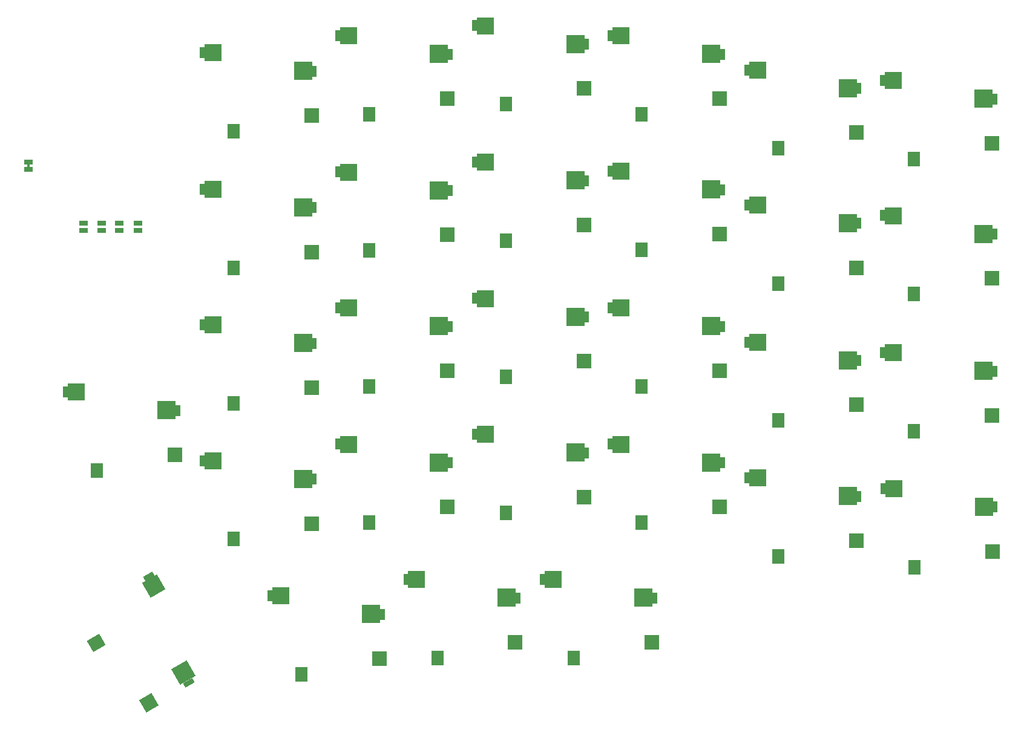
<source format=gbr>
%TF.GenerationSoftware,KiCad,Pcbnew,7.0.11-2.fc39*%
%TF.CreationDate,2024-05-11T16:30:22+02:00*%
%TF.ProjectId,Lily58_Pro,4c696c79-3538-45f5-9072-6f2e6b696361,rev?*%
%TF.SameCoordinates,Original*%
%TF.FileFunction,Paste,Top*%
%TF.FilePolarity,Positive*%
%FSLAX46Y46*%
G04 Gerber Fmt 4.6, Leading zero omitted, Abs format (unit mm)*
G04 Created by KiCad (PCBNEW 7.0.11-2.fc39) date 2024-05-11 16:30:22*
%MOMM*%
%LPD*%
G01*
G04 APERTURE LIST*
G04 Aperture macros list*
%AMRotRect*
0 Rectangle, with rotation*
0 The origin of the aperture is its center*
0 $1 length*
0 $2 width*
0 $3 Rotation angle, in degrees counterclockwise*
0 Add horizontal line*
21,1,$1,$2,0,0,$3*%
G04 Aperture macros list end*
%ADD10RotRect,0.700000X1.500000X300.000000*%
%ADD11RotRect,2.400000X2.400000X120.000000*%
%ADD12RotRect,2.500000X2.500000X120.000000*%
%ADD13RotRect,1.800000X2.000000X120.000000*%
%ADD14RotRect,2.000000X2.000000X120.000000*%
%ADD15R,0.700000X1.500000*%
%ADD16R,2.400000X2.400000*%
%ADD17R,2.500000X2.500000*%
%ADD18R,1.800000X2.000000*%
%ADD19R,2.000000X2.000000*%
%ADD20R,1.143000X0.635000*%
%ADD21R,0.381000X0.381000*%
G04 APERTURE END LIST*
D10*
%TO.C,SW26*%
X105816730Y-118214617D03*
X111415064Y-133111216D03*
D11*
X106549409Y-119523655D03*
D12*
X110649705Y-131705575D03*
D13*
X98490450Y-127525129D03*
D14*
X105845706Y-135864806D03*
%TD*%
D15*
%TO.C,SW29*%
X160900000Y-118650000D03*
X176600000Y-121250000D03*
D16*
X162400000Y-118670000D03*
D17*
X175000000Y-121209999D03*
D18*
X165300000Y-129650000D03*
D19*
X176200000Y-127450000D03*
%TD*%
D15*
%TO.C,SW28*%
X141800000Y-118650000D03*
X157500000Y-121250000D03*
D16*
X143300000Y-118670000D03*
D17*
X155900000Y-121209999D03*
D18*
X146200000Y-129650000D03*
D19*
X157100000Y-127450000D03*
%TD*%
D15*
%TO.C,SW27*%
X122800000Y-120900000D03*
X138500000Y-123500000D03*
D16*
X124300000Y-120920000D03*
D17*
X136900000Y-123459999D03*
D18*
X127200000Y-131900000D03*
D19*
X138100000Y-129700000D03*
%TD*%
D15*
%TO.C,SW25*%
X94200000Y-92400000D03*
X109900000Y-95000000D03*
D16*
X95700000Y-92420000D03*
D17*
X108300000Y-94959999D03*
D18*
X98600000Y-103400000D03*
D19*
X109500000Y-101200000D03*
%TD*%
D15*
%TO.C,SW24*%
X208550000Y-105900000D03*
X224250000Y-108500000D03*
D16*
X210050000Y-105920000D03*
D17*
X222650000Y-108459999D03*
D18*
X212950000Y-116900000D03*
D19*
X223850000Y-114700000D03*
%TD*%
D15*
%TO.C,SW23*%
X189500000Y-104400000D03*
X205200000Y-107000000D03*
D16*
X191000000Y-104420000D03*
D17*
X203600000Y-106959999D03*
D18*
X193900000Y-115400000D03*
D19*
X204800000Y-113200000D03*
%TD*%
D15*
%TO.C,SW22*%
X170400000Y-99700000D03*
X186100000Y-102300000D03*
D16*
X171900000Y-99720000D03*
D17*
X184500000Y-102259999D03*
D18*
X174800000Y-110700000D03*
D19*
X185700000Y-108500000D03*
%TD*%
D15*
%TO.C,SW21*%
X151400000Y-98300000D03*
X167100000Y-100900000D03*
D16*
X152900000Y-98320000D03*
D17*
X165500000Y-100859999D03*
D18*
X155800000Y-109300000D03*
D19*
X166700000Y-107100000D03*
%TD*%
D15*
%TO.C,SW20*%
X132300000Y-99700000D03*
X148000000Y-102300000D03*
D16*
X133800000Y-99720000D03*
D17*
X146400000Y-102259999D03*
D18*
X136700000Y-110700000D03*
D19*
X147600000Y-108500000D03*
%TD*%
D15*
%TO.C,SW19*%
X113300000Y-102000000D03*
X129000000Y-104600000D03*
D16*
X114800000Y-102020000D03*
D17*
X127400000Y-104559999D03*
D18*
X117700000Y-113000000D03*
D19*
X128600000Y-110800000D03*
%TD*%
D15*
%TO.C,SW18*%
X208500000Y-86900000D03*
X224200000Y-89500000D03*
D16*
X210000000Y-86920000D03*
D17*
X222600000Y-89459999D03*
D18*
X212900000Y-97900000D03*
D19*
X223800000Y-95700000D03*
%TD*%
D15*
%TO.C,SW17*%
X189500000Y-85400000D03*
X205200000Y-88000000D03*
D16*
X191000000Y-85420000D03*
D17*
X203600000Y-87959999D03*
D18*
X193900000Y-96400000D03*
D19*
X204800000Y-94200000D03*
%TD*%
D15*
%TO.C,SW16*%
X170400000Y-80600000D03*
X186100000Y-83200000D03*
D16*
X171900000Y-80620000D03*
D17*
X184500000Y-83159999D03*
D18*
X174800000Y-91600000D03*
D19*
X185700000Y-89400000D03*
%TD*%
D15*
%TO.C,SW15*%
X151400000Y-79300000D03*
X167100000Y-81900000D03*
D16*
X152900000Y-79320000D03*
D17*
X165500000Y-81859999D03*
D18*
X155800000Y-90300000D03*
D19*
X166700000Y-88100000D03*
%TD*%
D15*
%TO.C,SW14*%
X132300000Y-80600000D03*
X148000000Y-83200000D03*
D16*
X133800000Y-80620000D03*
D17*
X146400000Y-83159999D03*
D18*
X136700000Y-91600000D03*
D19*
X147600000Y-89400000D03*
%TD*%
D15*
%TO.C,SW13*%
X113300000Y-83000000D03*
X129000000Y-85600000D03*
D16*
X114800000Y-83020000D03*
D17*
X127400000Y-85559999D03*
D18*
X117700000Y-94000000D03*
D19*
X128600000Y-91800000D03*
%TD*%
D15*
%TO.C,SW12*%
X208500000Y-67700000D03*
X224200000Y-70300000D03*
D16*
X210000000Y-67720000D03*
D17*
X222600000Y-70259999D03*
D18*
X212900000Y-78700000D03*
D19*
X223800000Y-76500000D03*
%TD*%
D15*
%TO.C,SW11*%
X189500000Y-66200000D03*
X205200000Y-68800000D03*
D16*
X191000000Y-66220000D03*
D17*
X203600000Y-68759999D03*
D18*
X193900000Y-77200000D03*
D19*
X204800000Y-75000000D03*
%TD*%
D15*
%TO.C,SW10*%
X170400000Y-61500000D03*
X186100000Y-64100000D03*
D16*
X171900000Y-61520000D03*
D17*
X184500000Y-64059999D03*
D18*
X174800000Y-72500000D03*
D19*
X185700000Y-70300000D03*
%TD*%
D15*
%TO.C,SW9*%
X151400000Y-60200000D03*
X167100000Y-62800000D03*
D16*
X152900000Y-60220000D03*
D17*
X165500000Y-62759999D03*
D18*
X155800000Y-71200000D03*
D19*
X166700000Y-69000000D03*
%TD*%
D15*
%TO.C,SW8*%
X132300000Y-61600000D03*
X148000000Y-64200000D03*
D16*
X133800000Y-61620000D03*
D17*
X146400000Y-64159999D03*
D18*
X136700000Y-72600000D03*
D19*
X147600000Y-70400000D03*
%TD*%
D15*
%TO.C,SW7*%
X113300000Y-64000000D03*
X129000000Y-66600000D03*
D16*
X114800000Y-64020000D03*
D17*
X127400000Y-66559999D03*
D18*
X117700000Y-75000000D03*
D19*
X128600000Y-72800000D03*
%TD*%
D15*
%TO.C,SW6*%
X208500000Y-48800000D03*
X224200000Y-51400000D03*
D16*
X210000000Y-48820000D03*
D17*
X222600000Y-51359999D03*
D18*
X212900000Y-59800000D03*
D19*
X223800000Y-57600000D03*
%TD*%
D15*
%TO.C,SW5*%
X189500000Y-47300000D03*
X205200000Y-49900000D03*
D16*
X191000000Y-47320000D03*
D17*
X203600000Y-49859999D03*
D18*
X193900000Y-58300000D03*
D19*
X204800000Y-56100000D03*
%TD*%
D15*
%TO.C,SW4*%
X170400000Y-42500000D03*
X186100000Y-45100000D03*
D16*
X171900000Y-42520000D03*
D17*
X184500000Y-45059999D03*
D18*
X174800000Y-53500000D03*
D19*
X185700000Y-51300000D03*
%TD*%
D15*
%TO.C,SW3*%
X151400000Y-41110000D03*
X167100000Y-43710000D03*
D16*
X152900000Y-41130000D03*
D17*
X165500000Y-43669999D03*
D18*
X155800000Y-52110000D03*
D19*
X166700000Y-49910000D03*
%TD*%
D15*
%TO.C,SW2*%
X132300000Y-42500000D03*
X148000000Y-45100000D03*
D16*
X133800000Y-42520000D03*
D17*
X146400000Y-45059999D03*
D18*
X136700000Y-53500000D03*
D19*
X147600000Y-51300000D03*
%TD*%
D15*
%TO.C,SW1*%
X113300000Y-44900000D03*
X129000000Y-47500000D03*
D16*
X114800000Y-44920000D03*
D17*
X127400000Y-47459999D03*
D18*
X117700000Y-55900000D03*
D19*
X128600000Y-53700000D03*
%TD*%
D20*
%TO.C,JP1*%
X104300000Y-68799620D03*
X104300000Y-69800380D03*
%TD*%
%TO.C,JP2*%
X101700000Y-69800380D03*
X101700000Y-68799620D03*
%TD*%
%TO.C,JP3*%
X99200000Y-68799620D03*
X99200000Y-69800380D03*
%TD*%
%TO.C,JP4*%
X96700000Y-69800380D03*
X96700000Y-68799620D03*
%TD*%
D21*
%TO.C,W1*%
X89000000Y-60700000D03*
D20*
X89000000Y-60199620D03*
X89000000Y-61200380D03*
%TD*%
M02*

</source>
